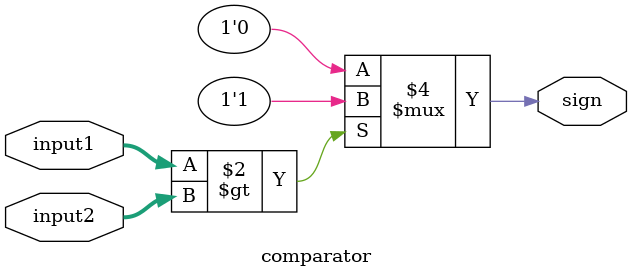
<source format=v>
module comparator (input1, input2, sign);

input [7:0] input1;
input [7:0] input2;
output sign;
reg sign;

always @( input1 or input2 )
begin	
	if( input1 > input2 )
         sign = 1;
	else
	 sign = 0;
end
endmodule

</source>
